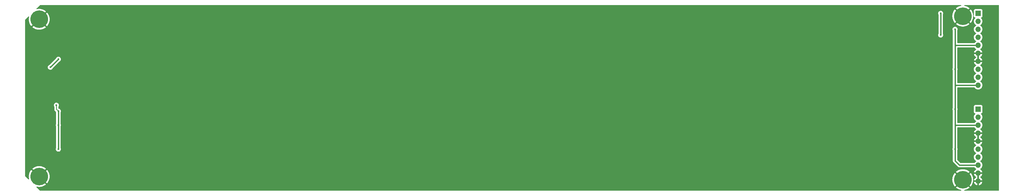
<source format=gbl>
G04 #@! TF.GenerationSoftware,KiCad,Pcbnew,8.0.6*
G04 #@! TF.CreationDate,2025-05-06T17:21:28+09:00*
G04 #@! TF.ProjectId,PCB_Keys,5043425f-4b65-4797-932e-6b696361645f,rev?*
G04 #@! TF.SameCoordinates,Original*
G04 #@! TF.FileFunction,Copper,L2,Bot*
G04 #@! TF.FilePolarity,Positive*
%FSLAX46Y46*%
G04 Gerber Fmt 4.6, Leading zero omitted, Abs format (unit mm)*
G04 Created by KiCad (PCBNEW 8.0.6) date 2025-05-06 17:21:28*
%MOMM*%
%LPD*%
G01*
G04 APERTURE LIST*
G04 #@! TA.AperFunction,ComponentPad*
%ADD10R,1.700000X1.700000*%
G04 #@! TD*
G04 #@! TA.AperFunction,ComponentPad*
%ADD11O,1.700000X1.700000*%
G04 #@! TD*
G04 #@! TA.AperFunction,ComponentPad*
%ADD12C,5.600000*%
G04 #@! TD*
G04 #@! TA.AperFunction,ViaPad*
%ADD13C,0.600000*%
G04 #@! TD*
G04 #@! TA.AperFunction,Conductor*
%ADD14C,0.400000*%
G04 #@! TD*
G04 #@! TA.AperFunction,Conductor*
%ADD15C,0.290000*%
G04 #@! TD*
G04 APERTURE END LIST*
D10*
X357525000Y-122730000D03*
D11*
X357525000Y-125270000D03*
X357525000Y-127810000D03*
X357525000Y-130350000D03*
X357525000Y-132890000D03*
X357525000Y-135430000D03*
X357525000Y-137970000D03*
X357525000Y-140510000D03*
X357525000Y-143050000D03*
X357525000Y-145590000D03*
D12*
X352635000Y-123630000D03*
X59635000Y-174630000D03*
X59635000Y-124630000D03*
D10*
X357525000Y-153210000D03*
D11*
X357525000Y-155750000D03*
X357525000Y-158290000D03*
X357525000Y-160830000D03*
X357525000Y-163370000D03*
X357525000Y-165910000D03*
X357525000Y-168450000D03*
X357525000Y-170990000D03*
X357525000Y-173530000D03*
X357525000Y-176070000D03*
D12*
X352635000Y-175630000D03*
D13*
X350195000Y-165910000D03*
X350195000Y-153210000D03*
X350195000Y-140510000D03*
X65715000Y-153845000D03*
X63175000Y-139875000D03*
X65715000Y-158290000D03*
X65715000Y-165910000D03*
X65080000Y-151940000D03*
X350195000Y-127810000D03*
X65715000Y-137335000D03*
X66985000Y-143050000D03*
X66985000Y-130350000D03*
X61905000Y-146860000D03*
X66985000Y-168450000D03*
X65145000Y-146860000D03*
X66985000Y-155750000D03*
X345635000Y-129630000D03*
X345635000Y-122730000D03*
D14*
X350425000Y-145590000D02*
X350195000Y-145820000D01*
D15*
X65080000Y-151940000D02*
X65080000Y-153210000D01*
D14*
X350195000Y-133120000D02*
X350195000Y-140510000D01*
X65715000Y-137335000D02*
X63175000Y-139875000D01*
X350195000Y-140510000D02*
X350195000Y-145820000D01*
X357525000Y-132890000D02*
X350425000Y-132890000D01*
X350195000Y-158520000D02*
X350195000Y-165910000D01*
X357525000Y-145590000D02*
X350425000Y-145590000D01*
X357525000Y-170990000D02*
X351585000Y-170990000D01*
X65715000Y-158290000D02*
X65715000Y-153845000D01*
X350195000Y-145820000D02*
X350195000Y-153210000D01*
X350195000Y-169600000D02*
X351585000Y-170990000D01*
X350195000Y-165910000D02*
X350195000Y-169600000D01*
X350425000Y-158290000D02*
X350195000Y-158520000D01*
D15*
X65080000Y-153210000D02*
X65715000Y-153845000D01*
D14*
X350195000Y-127810000D02*
X350195000Y-133120000D01*
X357525000Y-158290000D02*
X350425000Y-158290000D01*
X65715000Y-165910000D02*
X65715000Y-158290000D01*
X350425000Y-132890000D02*
X350195000Y-133120000D01*
X350195000Y-153210000D02*
X350195000Y-158520000D01*
X362635000Y-135630000D02*
X361635000Y-135630000D01*
X66985000Y-155750000D02*
X66985000Y-168450000D01*
X355635000Y-120630000D02*
X362635000Y-120630000D01*
X361435000Y-135430000D02*
X357525000Y-135430000D01*
X66985000Y-143050000D02*
X66985000Y-155750000D01*
X362635000Y-120630000D02*
X362635000Y-135630000D01*
X352635000Y-123630000D02*
X355635000Y-120630000D01*
X361635000Y-135630000D02*
X361435000Y-135430000D01*
D15*
X65145000Y-146860000D02*
X61905000Y-146860000D01*
D14*
X66985000Y-130350000D02*
X66985000Y-143050000D01*
X345635000Y-129630000D02*
X345635000Y-122730000D01*
G04 #@! TA.AperFunction,Conductor*
G36*
X352109317Y-120150185D02*
G01*
X352155072Y-120202989D01*
X352165016Y-120272147D01*
X352135991Y-120335703D01*
X352077213Y-120373477D01*
X352068934Y-120375601D01*
X351750857Y-120445615D01*
X351411744Y-120559876D01*
X351411739Y-120559877D01*
X351086990Y-120710123D01*
X350780370Y-120894609D01*
X350780367Y-120894611D01*
X350495486Y-121111170D01*
X350495485Y-121111171D01*
X350482257Y-121123702D01*
X350482256Y-121123703D01*
X351694301Y-122335748D01*
X351592670Y-122409588D01*
X351414588Y-122587670D01*
X351340748Y-122689301D01*
X350131442Y-121479995D01*
X350131441Y-121479996D01*
X350004033Y-121629992D01*
X349803218Y-121926172D01*
X349635606Y-122242322D01*
X349635597Y-122242340D01*
X349503149Y-122574760D01*
X349503147Y-122574767D01*
X349407421Y-122919542D01*
X349407415Y-122919568D01*
X349349527Y-123272668D01*
X349349526Y-123272685D01*
X349330153Y-123629997D01*
X349330153Y-123630002D01*
X349349526Y-123987314D01*
X349349527Y-123987331D01*
X349407415Y-124340431D01*
X349407421Y-124340457D01*
X349503147Y-124685232D01*
X349503149Y-124685239D01*
X349635597Y-125017659D01*
X349635606Y-125017677D01*
X349803218Y-125333827D01*
X350004024Y-125629994D01*
X350004035Y-125630008D01*
X350131441Y-125780002D01*
X350131442Y-125780002D01*
X351340747Y-124570697D01*
X351414588Y-124672330D01*
X351592670Y-124850412D01*
X351694300Y-124924251D01*
X350482257Y-126136294D01*
X350495495Y-126148836D01*
X350780367Y-126365388D01*
X350780370Y-126365390D01*
X351086990Y-126549876D01*
X351411739Y-126700122D01*
X351411744Y-126700123D01*
X351750855Y-126814383D01*
X352100339Y-126891311D01*
X352456075Y-126929999D01*
X352456085Y-126930000D01*
X352813915Y-126930000D01*
X352813924Y-126929999D01*
X353169660Y-126891311D01*
X353519144Y-126814383D01*
X353858255Y-126700123D01*
X353858260Y-126700122D01*
X354183009Y-126549876D01*
X354489629Y-126365390D01*
X354489632Y-126365388D01*
X354774509Y-126148831D01*
X354787742Y-126136295D01*
X354787742Y-126136294D01*
X353575699Y-124924251D01*
X353677330Y-124850412D01*
X353855412Y-124672330D01*
X353929251Y-124570698D01*
X355138556Y-125780002D01*
X355265972Y-125629998D01*
X355265975Y-125629994D01*
X355466781Y-125333827D01*
X355634393Y-125017677D01*
X355634402Y-125017659D01*
X355766850Y-124685239D01*
X355766852Y-124685232D01*
X355862578Y-124340457D01*
X355862584Y-124340431D01*
X355920472Y-123987331D01*
X355920473Y-123987314D01*
X355935709Y-123706306D01*
X355958994Y-123640431D01*
X356014197Y-123597601D01*
X356083793Y-123591416D01*
X356145684Y-123623839D01*
X356177842Y-123680347D01*
X356178198Y-123680215D01*
X356179017Y-123682412D01*
X356180201Y-123684492D01*
X356180906Y-123687477D01*
X356231202Y-123822328D01*
X356231206Y-123822335D01*
X356317452Y-123937544D01*
X356317455Y-123937547D01*
X356432664Y-124023793D01*
X356432671Y-124023797D01*
X356564081Y-124072810D01*
X356620015Y-124114681D01*
X356644432Y-124180145D01*
X356629580Y-124248418D01*
X356608430Y-124276673D01*
X356486503Y-124398600D01*
X356350965Y-124592169D01*
X356350964Y-124592171D01*
X356251098Y-124806335D01*
X356251094Y-124806344D01*
X356189938Y-125034586D01*
X356189936Y-125034596D01*
X356169341Y-125269999D01*
X356169341Y-125270000D01*
X356189936Y-125505403D01*
X356189938Y-125505413D01*
X356251094Y-125733655D01*
X356251096Y-125733659D01*
X356251097Y-125733663D01*
X356305538Y-125850412D01*
X356350965Y-125947830D01*
X356350967Y-125947834D01*
X356486501Y-126141395D01*
X356486506Y-126141402D01*
X356653597Y-126308493D01*
X356653603Y-126308498D01*
X356839158Y-126438425D01*
X356882783Y-126493002D01*
X356889977Y-126562500D01*
X356858454Y-126624855D01*
X356839158Y-126641575D01*
X356653597Y-126771505D01*
X356486505Y-126938597D01*
X356350965Y-127132169D01*
X356350964Y-127132171D01*
X356251098Y-127346335D01*
X356251094Y-127346344D01*
X356189938Y-127574586D01*
X356189936Y-127574596D01*
X356169341Y-127809999D01*
X356169341Y-127810000D01*
X356189936Y-128045403D01*
X356189938Y-128045413D01*
X356251094Y-128273655D01*
X356251096Y-128273659D01*
X356251097Y-128273663D01*
X356350965Y-128487830D01*
X356350967Y-128487834D01*
X356486501Y-128681395D01*
X356486506Y-128681402D01*
X356653597Y-128848493D01*
X356653603Y-128848498D01*
X356839158Y-128978425D01*
X356882783Y-129033002D01*
X356889977Y-129102500D01*
X356858454Y-129164855D01*
X356839158Y-129181575D01*
X356653597Y-129311505D01*
X356486505Y-129478597D01*
X356350965Y-129672169D01*
X356350964Y-129672171D01*
X356251098Y-129886335D01*
X356251094Y-129886344D01*
X356189938Y-130114586D01*
X356189936Y-130114596D01*
X356169341Y-130349999D01*
X356169341Y-130350000D01*
X356189936Y-130585403D01*
X356189938Y-130585413D01*
X356251094Y-130813655D01*
X356251096Y-130813659D01*
X356251097Y-130813663D01*
X356350965Y-131027830D01*
X356350967Y-131027834D01*
X356486501Y-131221395D01*
X356486506Y-131221402D01*
X356653597Y-131388493D01*
X356653603Y-131388498D01*
X356839158Y-131518425D01*
X356882783Y-131573002D01*
X356889977Y-131642500D01*
X356858454Y-131704855D01*
X356839158Y-131721575D01*
X356653597Y-131851505D01*
X356486506Y-132018596D01*
X356403864Y-132136623D01*
X356349287Y-132180248D01*
X356302289Y-132189500D01*
X351019500Y-132189500D01*
X350952461Y-132169815D01*
X350906706Y-132117011D01*
X350895500Y-132065500D01*
X350895500Y-128235493D01*
X350914508Y-128169519D01*
X350920787Y-128159525D01*
X350920786Y-128159525D01*
X350920789Y-128159522D01*
X350980368Y-127989255D01*
X350980369Y-127989249D01*
X351000565Y-127810003D01*
X351000565Y-127809996D01*
X350980369Y-127630750D01*
X350980368Y-127630745D01*
X350920788Y-127460476D01*
X350824815Y-127307737D01*
X350697262Y-127180184D01*
X350544523Y-127084211D01*
X350374254Y-127024631D01*
X350374249Y-127024630D01*
X350195004Y-127004435D01*
X350194996Y-127004435D01*
X350015750Y-127024630D01*
X350015745Y-127024631D01*
X349845476Y-127084211D01*
X349692737Y-127180184D01*
X349565184Y-127307737D01*
X349469211Y-127460476D01*
X349409631Y-127630745D01*
X349409630Y-127630750D01*
X349389435Y-127809996D01*
X349389435Y-127810003D01*
X349409630Y-127989249D01*
X349409631Y-127989254D01*
X349469212Y-128159525D01*
X349475492Y-128169519D01*
X349494500Y-128235493D01*
X349494500Y-140084507D01*
X349475494Y-140150478D01*
X349469209Y-140160479D01*
X349409633Y-140330737D01*
X349409630Y-140330750D01*
X349389435Y-140509996D01*
X349389435Y-140510003D01*
X349409630Y-140689249D01*
X349409631Y-140689254D01*
X349469212Y-140859525D01*
X349475492Y-140869519D01*
X349494500Y-140935493D01*
X349494500Y-152784507D01*
X349475494Y-152850478D01*
X349469209Y-152860479D01*
X349409633Y-153030737D01*
X349409630Y-153030750D01*
X349389435Y-153209996D01*
X349389435Y-153210003D01*
X349409630Y-153389249D01*
X349409631Y-153389254D01*
X349469212Y-153559525D01*
X349475492Y-153569519D01*
X349494500Y-153635493D01*
X349494500Y-165484507D01*
X349475494Y-165550478D01*
X349469209Y-165560479D01*
X349409633Y-165730737D01*
X349409630Y-165730750D01*
X349389435Y-165909996D01*
X349389435Y-165910003D01*
X349409630Y-166089249D01*
X349409631Y-166089254D01*
X349469212Y-166259525D01*
X349475492Y-166269519D01*
X349494500Y-166335493D01*
X349494500Y-169531006D01*
X349494500Y-169668994D01*
X349494500Y-169668996D01*
X349494499Y-169668996D01*
X349521418Y-169804322D01*
X349521421Y-169804332D01*
X349574222Y-169931807D01*
X349650887Y-170046545D01*
X351138454Y-171534112D01*
X351253192Y-171610777D01*
X351380667Y-171663578D01*
X351380672Y-171663580D01*
X351380676Y-171663580D01*
X351380677Y-171663581D01*
X351516003Y-171690500D01*
X351516006Y-171690500D01*
X351516007Y-171690500D01*
X356302289Y-171690500D01*
X356369328Y-171710185D01*
X356403864Y-171743377D01*
X356486505Y-171861402D01*
X356653597Y-172028493D01*
X356653599Y-172028495D01*
X356789571Y-172123704D01*
X356839594Y-172158730D01*
X356883219Y-172213307D01*
X356890413Y-172282805D01*
X356858890Y-172345160D01*
X356839595Y-172361880D01*
X356653922Y-172491890D01*
X356653920Y-172491891D01*
X356486891Y-172658920D01*
X356486886Y-172658926D01*
X356351400Y-172852420D01*
X356351399Y-172852422D01*
X356251570Y-173066507D01*
X356251567Y-173066513D01*
X356194364Y-173279999D01*
X356194364Y-173280000D01*
X357091988Y-173280000D01*
X357059075Y-173337007D01*
X357025000Y-173464174D01*
X357025000Y-173595826D01*
X357059075Y-173722993D01*
X357091988Y-173780000D01*
X356194364Y-173780000D01*
X356251567Y-173993486D01*
X356251570Y-173993492D01*
X356351399Y-174207578D01*
X356486894Y-174401082D01*
X356653917Y-174568105D01*
X356840031Y-174698425D01*
X356883656Y-174753003D01*
X356890848Y-174822501D01*
X356859326Y-174884856D01*
X356840031Y-174901575D01*
X356653922Y-175031890D01*
X356653920Y-175031891D01*
X356486891Y-175198920D01*
X356486886Y-175198926D01*
X356351400Y-175392420D01*
X356351399Y-175392422D01*
X356251570Y-175606507D01*
X356251567Y-175606513D01*
X356194364Y-175819999D01*
X356194364Y-175820000D01*
X357091988Y-175820000D01*
X357059075Y-175877007D01*
X357025000Y-176004174D01*
X357025000Y-176135826D01*
X357059075Y-176262993D01*
X357091988Y-176320000D01*
X356194364Y-176320000D01*
X356251567Y-176533486D01*
X356251570Y-176533492D01*
X356351399Y-176747578D01*
X356486894Y-176941082D01*
X356653917Y-177108105D01*
X356847421Y-177243600D01*
X357061507Y-177343429D01*
X357061516Y-177343433D01*
X357275000Y-177400634D01*
X357275000Y-176503012D01*
X357332007Y-176535925D01*
X357459174Y-176570000D01*
X357590826Y-176570000D01*
X357717993Y-176535925D01*
X357775000Y-176503012D01*
X357775000Y-177400633D01*
X357988483Y-177343433D01*
X357988492Y-177343429D01*
X358202578Y-177243600D01*
X358396082Y-177108105D01*
X358563105Y-176941082D01*
X358698600Y-176747578D01*
X358798429Y-176533492D01*
X358798432Y-176533486D01*
X358855636Y-176320000D01*
X357958012Y-176320000D01*
X357990925Y-176262993D01*
X358025000Y-176135826D01*
X358025000Y-176004174D01*
X357990925Y-175877007D01*
X357958012Y-175820000D01*
X358855636Y-175820000D01*
X358855635Y-175819999D01*
X358798432Y-175606513D01*
X358798429Y-175606507D01*
X358698600Y-175392422D01*
X358698599Y-175392420D01*
X358563113Y-175198926D01*
X358563108Y-175198920D01*
X358396082Y-175031894D01*
X358209968Y-174901575D01*
X358166344Y-174846998D01*
X358159151Y-174777499D01*
X358190673Y-174715145D01*
X358209968Y-174698425D01*
X358396082Y-174568105D01*
X358563105Y-174401082D01*
X358698600Y-174207578D01*
X358798429Y-173993492D01*
X358798432Y-173993486D01*
X358855636Y-173780000D01*
X357958012Y-173780000D01*
X357990925Y-173722993D01*
X358025000Y-173595826D01*
X358025000Y-173464174D01*
X357990925Y-173337007D01*
X357958012Y-173280000D01*
X358855636Y-173280000D01*
X358855635Y-173279999D01*
X358798432Y-173066513D01*
X358798429Y-173066507D01*
X358698600Y-172852422D01*
X358698599Y-172852420D01*
X358563113Y-172658926D01*
X358563108Y-172658920D01*
X358396078Y-172491890D01*
X358210405Y-172361879D01*
X358166780Y-172307302D01*
X358159588Y-172237804D01*
X358191110Y-172175449D01*
X358210406Y-172158730D01*
X358396401Y-172028495D01*
X358563495Y-171861401D01*
X358699035Y-171667830D01*
X358798903Y-171453663D01*
X358860063Y-171225408D01*
X358880659Y-170990000D01*
X358860063Y-170754592D01*
X358798903Y-170526337D01*
X358699035Y-170312171D01*
X358676683Y-170280248D01*
X358563494Y-170118597D01*
X358396402Y-169951506D01*
X358396396Y-169951501D01*
X358210842Y-169821575D01*
X358167217Y-169766998D01*
X358160023Y-169697500D01*
X358191546Y-169635145D01*
X358210842Y-169618425D01*
X358335689Y-169531006D01*
X358396401Y-169488495D01*
X358563495Y-169321401D01*
X358699035Y-169127830D01*
X358798903Y-168913663D01*
X358860063Y-168685408D01*
X358880659Y-168450000D01*
X358860063Y-168214592D01*
X358798903Y-167986337D01*
X358699035Y-167772171D01*
X358563495Y-167578599D01*
X358563494Y-167578597D01*
X358396402Y-167411506D01*
X358396396Y-167411501D01*
X358210842Y-167281575D01*
X358167217Y-167226998D01*
X358160023Y-167157500D01*
X358191546Y-167095145D01*
X358210842Y-167078425D01*
X358233026Y-167062891D01*
X358396401Y-166948495D01*
X358563495Y-166781401D01*
X358699035Y-166587830D01*
X358798903Y-166373663D01*
X358860063Y-166145408D01*
X358880659Y-165910000D01*
X358860063Y-165674592D01*
X358813626Y-165501285D01*
X358798905Y-165446344D01*
X358798904Y-165446343D01*
X358798903Y-165446337D01*
X358699035Y-165232171D01*
X358563495Y-165038599D01*
X358563494Y-165038597D01*
X358396402Y-164871506D01*
X358396401Y-164871505D01*
X358210405Y-164741269D01*
X358166781Y-164686692D01*
X358159588Y-164617193D01*
X358191110Y-164554839D01*
X358210405Y-164538119D01*
X358396082Y-164408105D01*
X358563105Y-164241082D01*
X358698600Y-164047578D01*
X358798429Y-163833492D01*
X358798432Y-163833486D01*
X358855636Y-163620000D01*
X357958012Y-163620000D01*
X357990925Y-163562993D01*
X358025000Y-163435826D01*
X358025000Y-163304174D01*
X357990925Y-163177007D01*
X357958012Y-163120000D01*
X358855636Y-163120000D01*
X358855635Y-163119999D01*
X358798432Y-162906513D01*
X358798429Y-162906507D01*
X358698600Y-162692422D01*
X358698599Y-162692420D01*
X358563113Y-162498926D01*
X358563108Y-162498920D01*
X358396082Y-162331894D01*
X358209968Y-162201575D01*
X358166344Y-162146998D01*
X358159151Y-162077499D01*
X358190673Y-162015145D01*
X358209968Y-161998425D01*
X358396082Y-161868105D01*
X358563105Y-161701082D01*
X358698600Y-161507578D01*
X358798429Y-161293492D01*
X358798432Y-161293486D01*
X358855636Y-161080000D01*
X357958012Y-161080000D01*
X357990925Y-161022993D01*
X358025000Y-160895826D01*
X358025000Y-160764174D01*
X357990925Y-160637007D01*
X357958012Y-160580000D01*
X358855636Y-160580000D01*
X358855635Y-160579999D01*
X358798432Y-160366513D01*
X358798429Y-160366507D01*
X358698600Y-160152422D01*
X358698599Y-160152420D01*
X358563113Y-159958926D01*
X358563108Y-159958920D01*
X358396078Y-159791890D01*
X358210405Y-159661879D01*
X358166780Y-159607302D01*
X358159588Y-159537804D01*
X358191110Y-159475449D01*
X358210406Y-159458730D01*
X358396401Y-159328495D01*
X358563495Y-159161401D01*
X358699035Y-158967830D01*
X358798903Y-158753663D01*
X358860063Y-158525408D01*
X358880659Y-158290000D01*
X358860063Y-158054592D01*
X358813626Y-157881285D01*
X358798905Y-157826344D01*
X358798904Y-157826343D01*
X358798903Y-157826337D01*
X358699035Y-157612171D01*
X358676683Y-157580248D01*
X358563494Y-157418597D01*
X358396402Y-157251506D01*
X358396396Y-157251501D01*
X358210842Y-157121575D01*
X358167217Y-157066998D01*
X358160023Y-156997500D01*
X358191546Y-156935145D01*
X358210842Y-156918425D01*
X358233026Y-156902891D01*
X358396401Y-156788495D01*
X358563495Y-156621401D01*
X358699035Y-156427830D01*
X358798903Y-156213663D01*
X358860063Y-155985408D01*
X358880659Y-155750000D01*
X358860063Y-155514592D01*
X358798903Y-155286337D01*
X358699035Y-155072171D01*
X358563495Y-154878599D01*
X358441567Y-154756671D01*
X358408084Y-154695351D01*
X358413068Y-154625659D01*
X358454939Y-154569725D01*
X358485915Y-154552810D01*
X358617331Y-154503796D01*
X358732546Y-154417546D01*
X358818796Y-154302331D01*
X358869091Y-154167483D01*
X358875500Y-154107873D01*
X358875499Y-152312128D01*
X358869091Y-152252517D01*
X358819385Y-152119249D01*
X358818797Y-152117671D01*
X358818793Y-152117664D01*
X358732547Y-152002455D01*
X358732544Y-152002452D01*
X358617335Y-151916206D01*
X358617328Y-151916202D01*
X358482482Y-151865908D01*
X358482483Y-151865908D01*
X358422883Y-151859501D01*
X358422881Y-151859500D01*
X358422873Y-151859500D01*
X358422864Y-151859500D01*
X356627129Y-151859500D01*
X356627123Y-151859501D01*
X356567516Y-151865908D01*
X356432671Y-151916202D01*
X356432664Y-151916206D01*
X356317455Y-152002452D01*
X356317452Y-152002455D01*
X356231206Y-152117664D01*
X356231202Y-152117671D01*
X356180908Y-152252517D01*
X356176930Y-152289522D01*
X356174501Y-152312123D01*
X356174500Y-152312135D01*
X356174500Y-154107870D01*
X356174501Y-154107876D01*
X356180908Y-154167483D01*
X356231202Y-154302328D01*
X356231206Y-154302335D01*
X356317452Y-154417544D01*
X356317455Y-154417547D01*
X356432664Y-154503793D01*
X356432671Y-154503797D01*
X356564081Y-154552810D01*
X356620015Y-154594681D01*
X356644432Y-154660145D01*
X356629580Y-154728418D01*
X356608430Y-154756673D01*
X356486503Y-154878600D01*
X356350965Y-155072169D01*
X356350964Y-155072171D01*
X356251098Y-155286335D01*
X356251094Y-155286344D01*
X356189938Y-155514586D01*
X356189936Y-155514596D01*
X356169341Y-155749999D01*
X356169341Y-155750000D01*
X356189936Y-155985403D01*
X356189938Y-155985413D01*
X356251094Y-156213655D01*
X356251096Y-156213659D01*
X356251097Y-156213663D01*
X356350965Y-156427830D01*
X356350967Y-156427834D01*
X356486501Y-156621395D01*
X356486506Y-156621402D01*
X356653597Y-156788493D01*
X356653603Y-156788498D01*
X356839158Y-156918425D01*
X356882783Y-156973002D01*
X356889977Y-157042500D01*
X356858454Y-157104855D01*
X356839158Y-157121575D01*
X356653597Y-157251505D01*
X356486506Y-157418596D01*
X356403864Y-157536623D01*
X356349287Y-157580248D01*
X356302289Y-157589500D01*
X351019500Y-157589500D01*
X350952461Y-157569815D01*
X350906706Y-157517011D01*
X350895500Y-157465500D01*
X350895500Y-153635493D01*
X350914508Y-153569519D01*
X350920787Y-153559525D01*
X350920786Y-153559525D01*
X350920789Y-153559522D01*
X350980368Y-153389255D01*
X350985609Y-153342738D01*
X351000565Y-153210003D01*
X351000565Y-153209996D01*
X350980369Y-153030750D01*
X350980366Y-153030737D01*
X350920790Y-152860479D01*
X350914506Y-152850478D01*
X350895500Y-152784507D01*
X350895500Y-146414500D01*
X350915185Y-146347461D01*
X350967989Y-146301706D01*
X351019500Y-146290500D01*
X356302289Y-146290500D01*
X356369328Y-146310185D01*
X356403863Y-146343376D01*
X356420624Y-146367313D01*
X356486505Y-146461402D01*
X356653597Y-146628493D01*
X356653599Y-146628495D01*
X356750384Y-146696265D01*
X356847165Y-146764032D01*
X356847167Y-146764033D01*
X356847170Y-146764035D01*
X357061337Y-146863903D01*
X357289592Y-146925063D01*
X357477918Y-146941539D01*
X357524999Y-146945659D01*
X357525000Y-146945659D01*
X357525001Y-146945659D01*
X357564234Y-146942226D01*
X357760408Y-146925063D01*
X357988663Y-146863903D01*
X358202830Y-146764035D01*
X358396401Y-146628495D01*
X358563495Y-146461401D01*
X358699035Y-146267830D01*
X358798903Y-146053663D01*
X358860063Y-145825408D01*
X358880659Y-145590000D01*
X358860063Y-145354592D01*
X358798903Y-145126337D01*
X358699035Y-144912171D01*
X358676683Y-144880248D01*
X358563494Y-144718597D01*
X358396402Y-144551506D01*
X358396396Y-144551501D01*
X358210842Y-144421575D01*
X358167217Y-144366998D01*
X358160023Y-144297500D01*
X358191546Y-144235145D01*
X358210842Y-144218425D01*
X358233026Y-144202891D01*
X358396401Y-144088495D01*
X358563495Y-143921401D01*
X358699035Y-143727830D01*
X358798903Y-143513663D01*
X358860063Y-143285408D01*
X358880659Y-143050000D01*
X358860063Y-142814592D01*
X358798903Y-142586337D01*
X358699035Y-142372171D01*
X358563495Y-142178599D01*
X358563494Y-142178597D01*
X358396402Y-142011506D01*
X358396396Y-142011501D01*
X358210842Y-141881575D01*
X358167217Y-141826998D01*
X358160023Y-141757500D01*
X358191546Y-141695145D01*
X358210842Y-141678425D01*
X358233026Y-141662891D01*
X358396401Y-141548495D01*
X358563495Y-141381401D01*
X358699035Y-141187830D01*
X358798903Y-140973663D01*
X358860063Y-140745408D01*
X358880659Y-140510000D01*
X358880205Y-140504816D01*
X358860063Y-140274596D01*
X358860063Y-140274592D01*
X358811755Y-140094301D01*
X358798905Y-140046344D01*
X358798904Y-140046343D01*
X358798903Y-140046337D01*
X358699035Y-139832171D01*
X358603513Y-139695750D01*
X358563494Y-139638597D01*
X358396402Y-139471506D01*
X358396401Y-139471505D01*
X358210405Y-139341269D01*
X358166781Y-139286692D01*
X358159588Y-139217193D01*
X358191110Y-139154839D01*
X358210405Y-139138119D01*
X358396082Y-139008105D01*
X358563105Y-138841082D01*
X358698600Y-138647578D01*
X358798429Y-138433492D01*
X358798432Y-138433486D01*
X358855636Y-138220000D01*
X357958012Y-138220000D01*
X357990925Y-138162993D01*
X358025000Y-138035826D01*
X358025000Y-137904174D01*
X357990925Y-137777007D01*
X357958012Y-137720000D01*
X358855636Y-137720000D01*
X358855635Y-137719999D01*
X358798432Y-137506513D01*
X358798429Y-137506507D01*
X358698600Y-137292422D01*
X358698599Y-137292420D01*
X358563113Y-137098926D01*
X358563108Y-137098920D01*
X358396082Y-136931894D01*
X358209968Y-136801575D01*
X358166344Y-136746998D01*
X358159151Y-136677499D01*
X358190673Y-136615145D01*
X358209968Y-136598425D01*
X358396082Y-136468105D01*
X358563105Y-136301082D01*
X358698600Y-136107578D01*
X358798429Y-135893492D01*
X358798432Y-135893486D01*
X358855636Y-135680000D01*
X357958012Y-135680000D01*
X357990925Y-135622993D01*
X358025000Y-135495826D01*
X358025000Y-135364174D01*
X357990925Y-135237007D01*
X357958012Y-135180000D01*
X358855636Y-135180000D01*
X358855635Y-135179999D01*
X358798432Y-134966513D01*
X358798429Y-134966507D01*
X358698600Y-134752422D01*
X358698599Y-134752420D01*
X358563113Y-134558926D01*
X358563108Y-134558920D01*
X358396078Y-134391890D01*
X358210405Y-134261879D01*
X358166780Y-134207302D01*
X358159588Y-134137804D01*
X358191110Y-134075449D01*
X358210406Y-134058730D01*
X358396401Y-133928495D01*
X358563495Y-133761401D01*
X358699035Y-133567830D01*
X358798903Y-133353663D01*
X358860063Y-133125408D01*
X358880659Y-132890000D01*
X358860063Y-132654592D01*
X358798903Y-132426337D01*
X358699035Y-132212171D01*
X358676683Y-132180248D01*
X358563494Y-132018597D01*
X358396402Y-131851506D01*
X358396396Y-131851501D01*
X358210842Y-131721575D01*
X358167217Y-131666998D01*
X358160023Y-131597500D01*
X358191546Y-131535145D01*
X358210842Y-131518425D01*
X358233026Y-131502891D01*
X358396401Y-131388495D01*
X358563495Y-131221401D01*
X358699035Y-131027830D01*
X358798903Y-130813663D01*
X358860063Y-130585408D01*
X358880659Y-130350000D01*
X358860063Y-130114592D01*
X358798903Y-129886337D01*
X358699035Y-129672171D01*
X358563495Y-129478599D01*
X358563494Y-129478597D01*
X358396402Y-129311506D01*
X358396396Y-129311501D01*
X358210842Y-129181575D01*
X358167217Y-129126998D01*
X358160023Y-129057500D01*
X358191546Y-128995145D01*
X358210842Y-128978425D01*
X358233026Y-128962891D01*
X358396401Y-128848495D01*
X358563495Y-128681401D01*
X358699035Y-128487830D01*
X358798903Y-128273663D01*
X358860063Y-128045408D01*
X358880659Y-127810000D01*
X358860063Y-127574592D01*
X358798903Y-127346337D01*
X358699035Y-127132171D01*
X358665454Y-127084211D01*
X358563494Y-126938597D01*
X358396402Y-126771506D01*
X358396396Y-126771501D01*
X358210842Y-126641575D01*
X358167217Y-126586998D01*
X358160023Y-126517500D01*
X358191546Y-126455145D01*
X358210842Y-126438425D01*
X358233026Y-126422891D01*
X358396401Y-126308495D01*
X358563495Y-126141401D01*
X358699035Y-125947830D01*
X358798903Y-125733663D01*
X358860063Y-125505408D01*
X358880659Y-125270000D01*
X358860063Y-125034592D01*
X358798903Y-124806337D01*
X358699035Y-124592171D01*
X358679385Y-124564108D01*
X358563496Y-124398600D01*
X358505327Y-124340431D01*
X358441567Y-124276671D01*
X358408084Y-124215351D01*
X358413068Y-124145659D01*
X358454939Y-124089725D01*
X358485915Y-124072810D01*
X358617331Y-124023796D01*
X358732546Y-123937546D01*
X358818796Y-123822331D01*
X358869091Y-123687483D01*
X358875500Y-123627873D01*
X358875499Y-121832128D01*
X358869091Y-121772517D01*
X358818796Y-121637669D01*
X358818795Y-121637668D01*
X358818793Y-121637664D01*
X358732547Y-121522455D01*
X358732544Y-121522452D01*
X358617335Y-121436206D01*
X358617328Y-121436202D01*
X358482482Y-121385908D01*
X358482483Y-121385908D01*
X358422883Y-121379501D01*
X358422881Y-121379500D01*
X358422873Y-121379500D01*
X358422864Y-121379500D01*
X356627129Y-121379500D01*
X356627123Y-121379501D01*
X356567516Y-121385908D01*
X356432671Y-121436202D01*
X356432664Y-121436206D01*
X356317455Y-121522452D01*
X356317452Y-121522455D01*
X356231206Y-121637664D01*
X356231202Y-121637671D01*
X356180908Y-121772517D01*
X356174501Y-121832116D01*
X356174501Y-121832123D01*
X356174500Y-121832135D01*
X356174500Y-123380487D01*
X356154815Y-123447526D01*
X356102011Y-123493281D01*
X356032853Y-123503225D01*
X355969297Y-123474200D01*
X355931523Y-123415422D01*
X355926682Y-123387199D01*
X355920474Y-123272686D01*
X355920472Y-123272668D01*
X355862584Y-122919568D01*
X355862578Y-122919542D01*
X355766852Y-122574767D01*
X355766850Y-122574760D01*
X355634402Y-122242340D01*
X355634393Y-122242322D01*
X355466781Y-121926172D01*
X355265975Y-121630005D01*
X355265964Y-121629991D01*
X355138556Y-121479996D01*
X353929251Y-122689301D01*
X353855412Y-122587670D01*
X353677330Y-122409588D01*
X353575698Y-122335748D01*
X354787742Y-121123704D01*
X354774504Y-121111163D01*
X354489632Y-120894611D01*
X354489629Y-120894609D01*
X354183009Y-120710123D01*
X353858260Y-120559877D01*
X353858255Y-120559876D01*
X353519142Y-120445615D01*
X353201066Y-120375601D01*
X353139825Y-120341965D01*
X353106491Y-120280560D01*
X353111647Y-120210880D01*
X353153656Y-120155050D01*
X353219181Y-120130795D01*
X353227722Y-120130500D01*
X364010500Y-120130500D01*
X364077539Y-120150185D01*
X364123294Y-120202989D01*
X364134500Y-120254500D01*
X364134500Y-179005500D01*
X364114815Y-179072539D01*
X364062011Y-179118294D01*
X364010500Y-179129500D01*
X353227722Y-179129500D01*
X353160683Y-179109815D01*
X353114928Y-179057011D01*
X353104984Y-178987853D01*
X353134009Y-178924297D01*
X353192787Y-178886523D01*
X353201066Y-178884399D01*
X353519142Y-178814384D01*
X353858255Y-178700123D01*
X353858260Y-178700122D01*
X354183009Y-178549876D01*
X354489629Y-178365390D01*
X354489632Y-178365388D01*
X354774509Y-178148831D01*
X354787742Y-178136295D01*
X354787742Y-178136294D01*
X353575699Y-176924251D01*
X353677330Y-176850412D01*
X353855412Y-176672330D01*
X353929251Y-176570698D01*
X355138556Y-177780002D01*
X355265972Y-177629998D01*
X355265975Y-177629994D01*
X355466781Y-177333827D01*
X355634393Y-177017677D01*
X355634402Y-177017659D01*
X355766850Y-176685239D01*
X355766852Y-176685232D01*
X355862578Y-176340457D01*
X355862584Y-176340431D01*
X355920472Y-175987331D01*
X355920473Y-175987314D01*
X355939847Y-175630002D01*
X355939847Y-175629997D01*
X355920473Y-175272685D01*
X355920472Y-175272668D01*
X355862584Y-174919568D01*
X355862578Y-174919542D01*
X355766852Y-174574767D01*
X355766850Y-174574760D01*
X355634402Y-174242340D01*
X355634393Y-174242322D01*
X355466781Y-173926172D01*
X355265975Y-173630005D01*
X355265964Y-173629991D01*
X355138556Y-173479996D01*
X353929251Y-174689301D01*
X353855412Y-174587670D01*
X353677330Y-174409588D01*
X353575698Y-174335748D01*
X354787742Y-173123704D01*
X354774504Y-173111163D01*
X354489632Y-172894611D01*
X354489629Y-172894609D01*
X354183009Y-172710123D01*
X353858260Y-172559877D01*
X353858255Y-172559876D01*
X353519144Y-172445616D01*
X353169660Y-172368688D01*
X352813924Y-172330000D01*
X352456075Y-172330000D01*
X352100339Y-172368688D01*
X351750855Y-172445616D01*
X351411744Y-172559876D01*
X351411739Y-172559877D01*
X351086990Y-172710123D01*
X350780370Y-172894609D01*
X350780367Y-172894611D01*
X350495486Y-173111170D01*
X350495485Y-173111171D01*
X350482257Y-173123702D01*
X350482256Y-173123703D01*
X351694301Y-174335748D01*
X351592670Y-174409588D01*
X351414588Y-174587670D01*
X351340748Y-174689301D01*
X350131442Y-173479995D01*
X350131441Y-173479996D01*
X350004033Y-173629992D01*
X349803218Y-173926172D01*
X349635606Y-174242322D01*
X349635597Y-174242340D01*
X349503149Y-174574760D01*
X349503147Y-174574767D01*
X349407421Y-174919542D01*
X349407415Y-174919568D01*
X349349527Y-175272668D01*
X349349526Y-175272685D01*
X349330153Y-175629997D01*
X349330153Y-175630002D01*
X349349526Y-175987314D01*
X349349527Y-175987331D01*
X349407415Y-176340431D01*
X349407421Y-176340457D01*
X349503147Y-176685232D01*
X349503149Y-176685239D01*
X349635597Y-177017659D01*
X349635606Y-177017677D01*
X349803218Y-177333827D01*
X350004024Y-177629994D01*
X350004035Y-177630008D01*
X350131441Y-177780002D01*
X350131442Y-177780002D01*
X351340747Y-176570697D01*
X351414588Y-176672330D01*
X351592670Y-176850412D01*
X351694300Y-176924251D01*
X350482257Y-178136294D01*
X350495495Y-178148836D01*
X350780367Y-178365388D01*
X350780370Y-178365390D01*
X351086990Y-178549876D01*
X351411739Y-178700122D01*
X351411744Y-178700123D01*
X351750857Y-178814384D01*
X352068934Y-178884399D01*
X352130175Y-178918035D01*
X352163509Y-178979440D01*
X352158353Y-179049120D01*
X352116344Y-179104950D01*
X352050819Y-179129205D01*
X352042278Y-179129500D01*
X59893676Y-179129500D01*
X59826637Y-179109815D01*
X59805995Y-179093181D01*
X58764052Y-178051238D01*
X58730567Y-177989915D01*
X58735551Y-177920223D01*
X58777423Y-177864290D01*
X58842887Y-177839873D01*
X58878390Y-177842456D01*
X59100339Y-177891311D01*
X59456075Y-177929999D01*
X59456085Y-177930000D01*
X59813915Y-177930000D01*
X59813924Y-177929999D01*
X60169660Y-177891311D01*
X60519144Y-177814383D01*
X60858255Y-177700123D01*
X60858260Y-177700122D01*
X61183009Y-177549876D01*
X61489629Y-177365390D01*
X61489632Y-177365388D01*
X61774509Y-177148831D01*
X61787742Y-177136295D01*
X60575698Y-175924251D01*
X60677330Y-175850412D01*
X60855412Y-175672330D01*
X60929251Y-175570698D01*
X62138556Y-176780002D01*
X62265972Y-176629998D01*
X62265975Y-176629994D01*
X62466781Y-176333827D01*
X62634393Y-176017677D01*
X62634402Y-176017659D01*
X62766850Y-175685239D01*
X62766852Y-175685232D01*
X62862578Y-175340457D01*
X62862584Y-175340431D01*
X62920472Y-174987331D01*
X62920473Y-174987314D01*
X62939847Y-174630002D01*
X62939847Y-174629997D01*
X62920473Y-174272685D01*
X62920472Y-174272668D01*
X62862584Y-173919568D01*
X62862578Y-173919542D01*
X62766852Y-173574767D01*
X62766850Y-173574760D01*
X62634402Y-173242340D01*
X62634393Y-173242322D01*
X62466781Y-172926172D01*
X62265975Y-172630005D01*
X62265964Y-172629991D01*
X62138556Y-172479996D01*
X60929251Y-173689301D01*
X60855412Y-173587670D01*
X60677330Y-173409588D01*
X60575698Y-173335748D01*
X61787742Y-172123704D01*
X61774504Y-172111163D01*
X61489632Y-171894611D01*
X61489629Y-171894609D01*
X61183009Y-171710123D01*
X60858260Y-171559877D01*
X60858255Y-171559876D01*
X60519144Y-171445616D01*
X60169660Y-171368688D01*
X59813924Y-171330000D01*
X59456075Y-171330000D01*
X59100339Y-171368688D01*
X58750855Y-171445616D01*
X58411744Y-171559876D01*
X58411739Y-171559877D01*
X58086990Y-171710123D01*
X57780370Y-171894609D01*
X57780367Y-171894611D01*
X57495486Y-172111170D01*
X57495485Y-172111171D01*
X57482257Y-172123702D01*
X57482256Y-172123703D01*
X58694301Y-173335748D01*
X58592670Y-173409588D01*
X58414588Y-173587670D01*
X58340748Y-173689301D01*
X57131442Y-172479995D01*
X57131441Y-172479996D01*
X57004033Y-172629992D01*
X56803218Y-172926172D01*
X56635606Y-173242322D01*
X56635597Y-173242340D01*
X56503149Y-173574760D01*
X56503147Y-173574767D01*
X56407421Y-173919542D01*
X56407415Y-173919568D01*
X56349527Y-174272668D01*
X56349526Y-174272685D01*
X56330153Y-174629997D01*
X56330153Y-174630002D01*
X56349526Y-174987314D01*
X56349527Y-174987331D01*
X56407415Y-175340431D01*
X56407418Y-175340445D01*
X56417467Y-175376638D01*
X56416434Y-175446500D01*
X56377795Y-175504713D01*
X56313817Y-175532795D01*
X56244813Y-175521831D01*
X56210305Y-175497491D01*
X55171819Y-174459005D01*
X55138334Y-174397682D01*
X55135500Y-174371324D01*
X55135500Y-151939996D01*
X64274435Y-151939996D01*
X64274435Y-151940003D01*
X64294630Y-152119249D01*
X64294631Y-152119254D01*
X64354211Y-152289522D01*
X64415494Y-152387053D01*
X64434500Y-152453025D01*
X64434500Y-153273580D01*
X64459304Y-153398277D01*
X64459306Y-153398285D01*
X64483635Y-153457020D01*
X64483635Y-153457021D01*
X64507963Y-153515755D01*
X64507965Y-153515759D01*
X64578608Y-153621482D01*
X64578610Y-153621484D01*
X64578613Y-153621488D01*
X64892379Y-153935253D01*
X64925864Y-153996576D01*
X64927918Y-154009049D01*
X64929630Y-154024250D01*
X64929631Y-154024254D01*
X64989212Y-154194525D01*
X64995492Y-154204519D01*
X65014500Y-154270493D01*
X65014500Y-157864507D01*
X64995494Y-157930478D01*
X64989209Y-157940479D01*
X64929633Y-158110737D01*
X64929630Y-158110750D01*
X64909435Y-158289996D01*
X64909435Y-158290003D01*
X64929630Y-158469249D01*
X64929631Y-158469254D01*
X64989212Y-158639525D01*
X64995492Y-158649519D01*
X65014500Y-158715493D01*
X65014500Y-165484507D01*
X64995494Y-165550478D01*
X64989209Y-165560479D01*
X64929633Y-165730737D01*
X64929630Y-165730750D01*
X64909435Y-165909996D01*
X64909435Y-165910003D01*
X64929630Y-166089249D01*
X64929631Y-166089254D01*
X64989211Y-166259523D01*
X65060931Y-166373664D01*
X65085184Y-166412262D01*
X65212738Y-166539816D01*
X65365478Y-166635789D01*
X65535745Y-166695368D01*
X65535750Y-166695369D01*
X65714996Y-166715565D01*
X65715000Y-166715565D01*
X65715004Y-166715565D01*
X65894249Y-166695369D01*
X65894252Y-166695368D01*
X65894255Y-166695368D01*
X66064522Y-166635789D01*
X66217262Y-166539816D01*
X66344816Y-166412262D01*
X66440789Y-166259522D01*
X66500368Y-166089255D01*
X66520565Y-165910000D01*
X66500368Y-165730745D01*
X66500367Y-165730743D01*
X66500366Y-165730737D01*
X66440790Y-165560479D01*
X66434506Y-165550478D01*
X66415500Y-165484507D01*
X66415500Y-158715493D01*
X66434508Y-158649519D01*
X66440787Y-158639525D01*
X66440786Y-158639525D01*
X66440789Y-158639522D01*
X66500368Y-158469255D01*
X66520565Y-158290000D01*
X66500368Y-158110745D01*
X66500367Y-158110743D01*
X66500366Y-158110737D01*
X66440790Y-157940479D01*
X66434506Y-157930478D01*
X66415500Y-157864507D01*
X66415500Y-154270493D01*
X66434508Y-154204519D01*
X66440787Y-154194525D01*
X66440786Y-154194525D01*
X66440789Y-154194522D01*
X66500368Y-154024255D01*
X66500369Y-154024249D01*
X66520565Y-153845003D01*
X66520565Y-153844996D01*
X66500369Y-153665750D01*
X66500368Y-153665745D01*
X66463199Y-153559522D01*
X66440789Y-153495478D01*
X66416625Y-153457022D01*
X66401582Y-153433080D01*
X66344816Y-153342738D01*
X66217262Y-153215184D01*
X66064523Y-153119211D01*
X65894254Y-153059631D01*
X65894250Y-153059630D01*
X65879050Y-153057918D01*
X65814636Y-153030850D01*
X65805253Y-153022378D01*
X65761818Y-152978942D01*
X65728333Y-152917619D01*
X65725500Y-152891262D01*
X65725500Y-152453025D01*
X65744506Y-152387053D01*
X65805789Y-152289522D01*
X65865368Y-152119255D01*
X65865369Y-152119249D01*
X65885565Y-151940003D01*
X65885565Y-151939996D01*
X65865369Y-151760750D01*
X65865368Y-151760745D01*
X65805788Y-151590476D01*
X65709815Y-151437737D01*
X65582262Y-151310184D01*
X65429523Y-151214211D01*
X65259254Y-151154631D01*
X65259249Y-151154630D01*
X65080004Y-151134435D01*
X65079996Y-151134435D01*
X64900750Y-151154630D01*
X64900745Y-151154631D01*
X64730476Y-151214211D01*
X64577737Y-151310184D01*
X64450184Y-151437737D01*
X64354211Y-151590476D01*
X64294631Y-151760745D01*
X64294630Y-151760750D01*
X64274435Y-151939996D01*
X55135500Y-151939996D01*
X55135500Y-139874996D01*
X62369435Y-139874996D01*
X62369435Y-139875003D01*
X62389630Y-140054249D01*
X62389631Y-140054254D01*
X62449211Y-140224523D01*
X62545184Y-140377262D01*
X62672738Y-140504816D01*
X62825478Y-140600789D01*
X62995745Y-140660368D01*
X62995750Y-140660369D01*
X63174996Y-140680565D01*
X63175000Y-140680565D01*
X63175004Y-140680565D01*
X63354249Y-140660369D01*
X63354252Y-140660368D01*
X63354255Y-140660368D01*
X63524522Y-140600789D01*
X63677262Y-140504816D01*
X63804816Y-140377262D01*
X63900789Y-140224522D01*
X63937007Y-140121012D01*
X63966365Y-140074289D01*
X65914288Y-138126366D01*
X65961012Y-138097008D01*
X66064522Y-138060789D01*
X66217262Y-137964816D01*
X66344816Y-137837262D01*
X66440789Y-137684522D01*
X66500368Y-137514255D01*
X66500369Y-137514249D01*
X66520565Y-137335003D01*
X66520565Y-137334996D01*
X66500369Y-137155750D01*
X66500368Y-137155745D01*
X66440788Y-136985476D01*
X66344815Y-136832737D01*
X66217262Y-136705184D01*
X66064523Y-136609211D01*
X65894254Y-136549631D01*
X65894249Y-136549630D01*
X65715004Y-136529435D01*
X65714996Y-136529435D01*
X65535750Y-136549630D01*
X65535745Y-136549631D01*
X65365476Y-136609211D01*
X65212737Y-136705184D01*
X65085184Y-136832737D01*
X64989212Y-136985475D01*
X64989211Y-136985476D01*
X64952991Y-137088986D01*
X64923631Y-137135711D01*
X62975712Y-139083630D01*
X62928987Y-139112990D01*
X62825479Y-139149209D01*
X62672737Y-139245184D01*
X62545184Y-139372737D01*
X62449211Y-139525476D01*
X62389631Y-139695745D01*
X62389630Y-139695750D01*
X62369435Y-139874996D01*
X55135500Y-139874996D01*
X55135500Y-124888675D01*
X55155185Y-124821636D01*
X55171814Y-124800999D01*
X56210309Y-123762504D01*
X56271628Y-123729022D01*
X56341320Y-123734006D01*
X56397253Y-123775878D01*
X56421670Y-123841342D01*
X56417467Y-123883359D01*
X56407419Y-123919549D01*
X56407415Y-123919568D01*
X56349527Y-124272668D01*
X56349526Y-124272685D01*
X56330153Y-124629997D01*
X56330153Y-124630002D01*
X56349526Y-124987314D01*
X56349527Y-124987331D01*
X56407415Y-125340431D01*
X56407421Y-125340457D01*
X56503147Y-125685232D01*
X56503149Y-125685239D01*
X56635597Y-126017659D01*
X56635606Y-126017677D01*
X56803218Y-126333827D01*
X57004024Y-126629994D01*
X57004035Y-126630008D01*
X57131441Y-126780002D01*
X57131442Y-126780002D01*
X58340747Y-125570697D01*
X58414588Y-125672330D01*
X58592670Y-125850412D01*
X58694300Y-125924251D01*
X57482257Y-127136294D01*
X57495495Y-127148836D01*
X57780367Y-127365388D01*
X57780370Y-127365390D01*
X58086990Y-127549876D01*
X58411739Y-127700122D01*
X58411744Y-127700123D01*
X58750855Y-127814383D01*
X59100339Y-127891311D01*
X59456075Y-127929999D01*
X59456085Y-127930000D01*
X59813915Y-127930000D01*
X59813924Y-127929999D01*
X60169660Y-127891311D01*
X60519144Y-127814383D01*
X60858255Y-127700123D01*
X60858260Y-127700122D01*
X61183009Y-127549876D01*
X61489629Y-127365390D01*
X61489632Y-127365388D01*
X61774509Y-127148831D01*
X61787742Y-127136295D01*
X61787742Y-127136294D01*
X60575699Y-125924251D01*
X60677330Y-125850412D01*
X60855412Y-125672330D01*
X60929251Y-125570698D01*
X62138556Y-126780002D01*
X62265972Y-126629998D01*
X62265975Y-126629994D01*
X62466781Y-126333827D01*
X62634393Y-126017677D01*
X62634402Y-126017659D01*
X62766850Y-125685239D01*
X62766852Y-125685232D01*
X62862578Y-125340457D01*
X62862584Y-125340431D01*
X62920472Y-124987331D01*
X62920473Y-124987314D01*
X62939847Y-124630002D01*
X62939847Y-124629997D01*
X62920473Y-124272685D01*
X62920472Y-124272668D01*
X62862584Y-123919568D01*
X62862578Y-123919542D01*
X62766852Y-123574767D01*
X62766850Y-123574760D01*
X62634402Y-123242340D01*
X62634393Y-123242322D01*
X62466781Y-122926172D01*
X62333771Y-122729996D01*
X344829435Y-122729996D01*
X344829435Y-122730003D01*
X344849630Y-122909249D01*
X344849631Y-122909254D01*
X344909212Y-123079525D01*
X344915492Y-123089519D01*
X344934500Y-123155493D01*
X344934500Y-129204507D01*
X344915494Y-129270478D01*
X344909209Y-129280479D01*
X344849633Y-129450737D01*
X344849630Y-129450750D01*
X344829435Y-129629996D01*
X344829435Y-129630003D01*
X344849630Y-129809249D01*
X344849631Y-129809254D01*
X344909211Y-129979523D01*
X344994077Y-130114586D01*
X345005184Y-130132262D01*
X345132738Y-130259816D01*
X345285478Y-130355789D01*
X345455745Y-130415368D01*
X345455750Y-130415369D01*
X345634996Y-130435565D01*
X345635000Y-130435565D01*
X345635004Y-130435565D01*
X345814249Y-130415369D01*
X345814252Y-130415368D01*
X345814255Y-130415368D01*
X345984522Y-130355789D01*
X346137262Y-130259816D01*
X346264816Y-130132262D01*
X346360789Y-129979522D01*
X346420368Y-129809255D01*
X346440565Y-129630000D01*
X346423506Y-129478599D01*
X346420369Y-129450750D01*
X346420366Y-129450737D01*
X346360790Y-129280479D01*
X346354506Y-129270478D01*
X346335500Y-129204507D01*
X346335500Y-123155493D01*
X346354508Y-123089519D01*
X346360787Y-123079525D01*
X346360786Y-123079525D01*
X346360789Y-123079522D01*
X346420368Y-122909255D01*
X346440565Y-122730000D01*
X346429298Y-122630005D01*
X346420369Y-122550750D01*
X346420368Y-122550745D01*
X346360788Y-122380476D01*
X346273991Y-122242340D01*
X346264816Y-122227738D01*
X346137262Y-122100184D01*
X346088265Y-122069397D01*
X345984523Y-122004211D01*
X345814254Y-121944631D01*
X345814249Y-121944630D01*
X345635004Y-121924435D01*
X345634996Y-121924435D01*
X345455750Y-121944630D01*
X345455745Y-121944631D01*
X345285476Y-122004211D01*
X345132737Y-122100184D01*
X345005184Y-122227737D01*
X344909211Y-122380476D01*
X344849631Y-122550745D01*
X344849630Y-122550750D01*
X344829435Y-122729996D01*
X62333771Y-122729996D01*
X62265975Y-122630005D01*
X62265964Y-122629991D01*
X62138556Y-122479996D01*
X60929251Y-123689301D01*
X60855412Y-123587670D01*
X60677330Y-123409588D01*
X60575698Y-123335748D01*
X61787742Y-122123704D01*
X61774504Y-122111163D01*
X61489632Y-121894611D01*
X61489629Y-121894609D01*
X61183009Y-121710123D01*
X60858260Y-121559877D01*
X60858255Y-121559876D01*
X60519144Y-121445616D01*
X60169660Y-121368688D01*
X59813924Y-121330000D01*
X59456075Y-121330000D01*
X59100336Y-121368688D01*
X58878388Y-121417543D01*
X58808685Y-121412730D01*
X58752648Y-121370997D01*
X58728070Y-121305592D01*
X58742754Y-121237283D01*
X58764045Y-121208768D01*
X59805995Y-120166819D01*
X59867318Y-120133334D01*
X59893676Y-120130500D01*
X352042278Y-120130500D01*
X352109317Y-120150185D01*
G37*
G04 #@! TD.AperFunction*
G04 #@! TA.AperFunction,Conductor*
G36*
X357775000Y-175636988D02*
G01*
X357717993Y-175604075D01*
X357590826Y-175570000D01*
X357459174Y-175570000D01*
X357332007Y-175604075D01*
X357275000Y-175636988D01*
X357275000Y-173963012D01*
X357332007Y-173995925D01*
X357459174Y-174030000D01*
X357590826Y-174030000D01*
X357717993Y-173995925D01*
X357775000Y-173963012D01*
X357775000Y-175636988D01*
G37*
G04 #@! TD.AperFunction*
G04 #@! TA.AperFunction,Conductor*
G36*
X356369328Y-159010185D02*
G01*
X356403863Y-159043376D01*
X356420624Y-159067313D01*
X356486505Y-159161402D01*
X356653597Y-159328493D01*
X356653603Y-159328498D01*
X356839594Y-159458730D01*
X356883219Y-159513307D01*
X356890413Y-159582805D01*
X356858890Y-159645160D01*
X356839595Y-159661880D01*
X356653922Y-159791890D01*
X356653920Y-159791891D01*
X356486891Y-159958920D01*
X356486886Y-159958926D01*
X356351400Y-160152420D01*
X356351399Y-160152422D01*
X356251570Y-160366507D01*
X356251567Y-160366513D01*
X356194364Y-160579999D01*
X356194364Y-160580000D01*
X357091988Y-160580000D01*
X357059075Y-160637007D01*
X357025000Y-160764174D01*
X357025000Y-160895826D01*
X357059075Y-161022993D01*
X357091988Y-161080000D01*
X356194364Y-161080000D01*
X356251567Y-161293486D01*
X356251570Y-161293492D01*
X356351399Y-161507578D01*
X356486894Y-161701082D01*
X356653917Y-161868105D01*
X356840031Y-161998425D01*
X356883656Y-162053003D01*
X356890848Y-162122501D01*
X356859326Y-162184856D01*
X356840031Y-162201575D01*
X356653922Y-162331890D01*
X356653920Y-162331891D01*
X356486891Y-162498920D01*
X356486886Y-162498926D01*
X356351400Y-162692420D01*
X356351399Y-162692422D01*
X356251570Y-162906507D01*
X356251567Y-162906513D01*
X356194364Y-163119999D01*
X356194364Y-163120000D01*
X357091988Y-163120000D01*
X357059075Y-163177007D01*
X357025000Y-163304174D01*
X357025000Y-163435826D01*
X357059075Y-163562993D01*
X357091988Y-163620000D01*
X356194364Y-163620000D01*
X356251567Y-163833486D01*
X356251570Y-163833492D01*
X356351399Y-164047578D01*
X356486894Y-164241082D01*
X356653917Y-164408105D01*
X356839595Y-164538119D01*
X356883219Y-164592696D01*
X356890412Y-164662195D01*
X356858890Y-164724549D01*
X356839595Y-164741269D01*
X356653594Y-164871508D01*
X356486505Y-165038597D01*
X356350965Y-165232169D01*
X356350964Y-165232171D01*
X356251098Y-165446335D01*
X356251094Y-165446344D01*
X356189938Y-165674586D01*
X356189936Y-165674596D01*
X356169341Y-165909999D01*
X356169341Y-165910000D01*
X356189936Y-166145403D01*
X356189938Y-166145413D01*
X356251094Y-166373655D01*
X356251096Y-166373659D01*
X356251097Y-166373663D01*
X356269096Y-166412262D01*
X356350965Y-166587830D01*
X356350967Y-166587834D01*
X356486501Y-166781395D01*
X356486506Y-166781402D01*
X356653597Y-166948493D01*
X356653603Y-166948498D01*
X356839158Y-167078425D01*
X356882783Y-167133002D01*
X356889977Y-167202500D01*
X356858454Y-167264855D01*
X356839158Y-167281575D01*
X356653597Y-167411505D01*
X356486505Y-167578597D01*
X356350965Y-167772169D01*
X356350964Y-167772171D01*
X356251098Y-167986335D01*
X356251094Y-167986344D01*
X356189938Y-168214586D01*
X356189936Y-168214596D01*
X356169341Y-168449999D01*
X356169341Y-168450000D01*
X356189936Y-168685403D01*
X356189938Y-168685413D01*
X356251094Y-168913655D01*
X356251096Y-168913659D01*
X356251097Y-168913663D01*
X356350965Y-169127830D01*
X356350967Y-169127834D01*
X356486501Y-169321395D01*
X356486506Y-169321402D01*
X356653597Y-169488493D01*
X356653603Y-169488498D01*
X356839158Y-169618425D01*
X356882783Y-169673002D01*
X356889977Y-169742500D01*
X356858454Y-169804855D01*
X356839158Y-169821575D01*
X356653597Y-169951505D01*
X356486506Y-170118596D01*
X356403864Y-170236623D01*
X356349287Y-170280248D01*
X356302289Y-170289500D01*
X351926519Y-170289500D01*
X351859480Y-170269815D01*
X351838838Y-170253181D01*
X350931819Y-169346162D01*
X350898334Y-169284839D01*
X350895500Y-169258481D01*
X350895500Y-166335493D01*
X350914508Y-166269519D01*
X350920787Y-166259525D01*
X350920788Y-166259523D01*
X350920789Y-166259522D01*
X350980368Y-166089255D01*
X351000565Y-165910000D01*
X350980368Y-165730745D01*
X350980367Y-165730743D01*
X350980366Y-165730737D01*
X350920790Y-165560479D01*
X350914506Y-165550478D01*
X350895500Y-165484507D01*
X350895500Y-159114500D01*
X350915185Y-159047461D01*
X350967989Y-159001706D01*
X351019500Y-158990500D01*
X356302289Y-158990500D01*
X356369328Y-159010185D01*
G37*
G04 #@! TD.AperFunction*
G04 #@! TA.AperFunction,Conductor*
G36*
X357775000Y-162936988D02*
G01*
X357717993Y-162904075D01*
X357590826Y-162870000D01*
X357459174Y-162870000D01*
X357332007Y-162904075D01*
X357275000Y-162936988D01*
X357275000Y-161263012D01*
X357332007Y-161295925D01*
X357459174Y-161330000D01*
X357590826Y-161330000D01*
X357717993Y-161295925D01*
X357775000Y-161263012D01*
X357775000Y-162936988D01*
G37*
G04 #@! TD.AperFunction*
G04 #@! TA.AperFunction,Conductor*
G36*
X356369328Y-133610185D02*
G01*
X356403863Y-133643376D01*
X356420624Y-133667313D01*
X356486505Y-133761402D01*
X356653597Y-133928493D01*
X356653603Y-133928498D01*
X356839594Y-134058730D01*
X356883219Y-134113307D01*
X356890413Y-134182805D01*
X356858890Y-134245160D01*
X356839595Y-134261880D01*
X356653922Y-134391890D01*
X356653920Y-134391891D01*
X356486891Y-134558920D01*
X356486886Y-134558926D01*
X356351400Y-134752420D01*
X356351399Y-134752422D01*
X356251570Y-134966507D01*
X356251567Y-134966513D01*
X356194364Y-135179999D01*
X356194364Y-135180000D01*
X357091988Y-135180000D01*
X357059075Y-135237007D01*
X357025000Y-135364174D01*
X357025000Y-135495826D01*
X357059075Y-135622993D01*
X357091988Y-135680000D01*
X356194364Y-135680000D01*
X356251567Y-135893486D01*
X356251570Y-135893492D01*
X356351399Y-136107578D01*
X356486894Y-136301082D01*
X356653917Y-136468105D01*
X356840031Y-136598425D01*
X356883656Y-136653003D01*
X356890848Y-136722501D01*
X356859326Y-136784856D01*
X356840031Y-136801575D01*
X356653922Y-136931890D01*
X356653920Y-136931891D01*
X356486891Y-137098920D01*
X356486886Y-137098926D01*
X356351400Y-137292420D01*
X356351399Y-137292422D01*
X356251570Y-137506507D01*
X356251567Y-137506513D01*
X356194364Y-137719999D01*
X356194364Y-137720000D01*
X357091988Y-137720000D01*
X357059075Y-137777007D01*
X357025000Y-137904174D01*
X357025000Y-138035826D01*
X357059075Y-138162993D01*
X357091988Y-138220000D01*
X356194364Y-138220000D01*
X356251567Y-138433486D01*
X356251570Y-138433492D01*
X356351399Y-138647578D01*
X356486894Y-138841082D01*
X356653917Y-139008105D01*
X356839595Y-139138119D01*
X356883219Y-139192696D01*
X356890412Y-139262195D01*
X356858890Y-139324549D01*
X356839595Y-139341269D01*
X356653594Y-139471508D01*
X356486505Y-139638597D01*
X356350965Y-139832169D01*
X356350964Y-139832171D01*
X356251098Y-140046335D01*
X356251094Y-140046344D01*
X356189938Y-140274586D01*
X356189936Y-140274596D01*
X356169341Y-140509999D01*
X356169341Y-140510000D01*
X356189936Y-140745403D01*
X356189938Y-140745413D01*
X356251094Y-140973655D01*
X356251096Y-140973659D01*
X356251097Y-140973663D01*
X356350965Y-141187830D01*
X356350967Y-141187834D01*
X356486501Y-141381395D01*
X356486506Y-141381402D01*
X356653597Y-141548493D01*
X356653603Y-141548498D01*
X356839158Y-141678425D01*
X356882783Y-141733002D01*
X356889977Y-141802500D01*
X356858454Y-141864855D01*
X356839158Y-141881575D01*
X356653597Y-142011505D01*
X356486505Y-142178597D01*
X356350965Y-142372169D01*
X356350964Y-142372171D01*
X356251098Y-142586335D01*
X356251094Y-142586344D01*
X356189938Y-142814586D01*
X356189936Y-142814596D01*
X356169341Y-143049999D01*
X356169341Y-143050000D01*
X356189936Y-143285403D01*
X356189938Y-143285413D01*
X356251094Y-143513655D01*
X356251096Y-143513659D01*
X356251097Y-143513663D01*
X356350965Y-143727830D01*
X356350967Y-143727834D01*
X356486501Y-143921395D01*
X356486506Y-143921402D01*
X356653597Y-144088493D01*
X356653603Y-144088498D01*
X356839158Y-144218425D01*
X356882783Y-144273002D01*
X356889977Y-144342500D01*
X356858454Y-144404855D01*
X356839158Y-144421575D01*
X356653597Y-144551505D01*
X356486506Y-144718596D01*
X356403864Y-144836623D01*
X356349287Y-144880248D01*
X356302289Y-144889500D01*
X351019500Y-144889500D01*
X350952461Y-144869815D01*
X350906706Y-144817011D01*
X350895500Y-144765500D01*
X350895500Y-140935493D01*
X350914508Y-140869519D01*
X350920787Y-140859525D01*
X350920786Y-140859525D01*
X350920789Y-140859522D01*
X350980368Y-140689255D01*
X351000565Y-140510000D01*
X350985609Y-140377262D01*
X350980369Y-140330750D01*
X350980366Y-140330737D01*
X350920790Y-140160479D01*
X350914506Y-140150478D01*
X350895500Y-140084507D01*
X350895500Y-133714500D01*
X350915185Y-133647461D01*
X350967989Y-133601706D01*
X351019500Y-133590500D01*
X356302289Y-133590500D01*
X356369328Y-133610185D01*
G37*
G04 #@! TD.AperFunction*
G04 #@! TA.AperFunction,Conductor*
G36*
X357775000Y-137536988D02*
G01*
X357717993Y-137504075D01*
X357590826Y-137470000D01*
X357459174Y-137470000D01*
X357332007Y-137504075D01*
X357275000Y-137536988D01*
X357275000Y-135863012D01*
X357332007Y-135895925D01*
X357459174Y-135930000D01*
X357590826Y-135930000D01*
X357717993Y-135895925D01*
X357775000Y-135863012D01*
X357775000Y-137536988D01*
G37*
G04 #@! TD.AperFunction*
M02*

</source>
